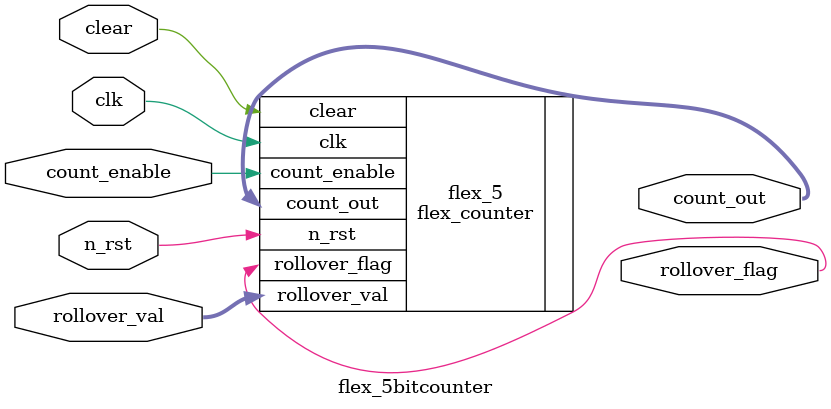
<source format=sv>
module flex_5bitcounter(
    input wire clk,
    input wire n_rst,
    input wire clear,
    input wire count_enable,
    input wire [4:0]rollover_val,
    output reg [4:0]count_out,
    output reg rollover_flag
);

flex_counter#(.NUM_CNT_BITS(5)) flex_5(.clk(clk),.n_rst(n_rst),.clear(clear),.count_enable(count_enable),.rollover_val(rollover_val),.count_out(count_out),.rollover_flag(rollover_flag));
endmodule
</source>
